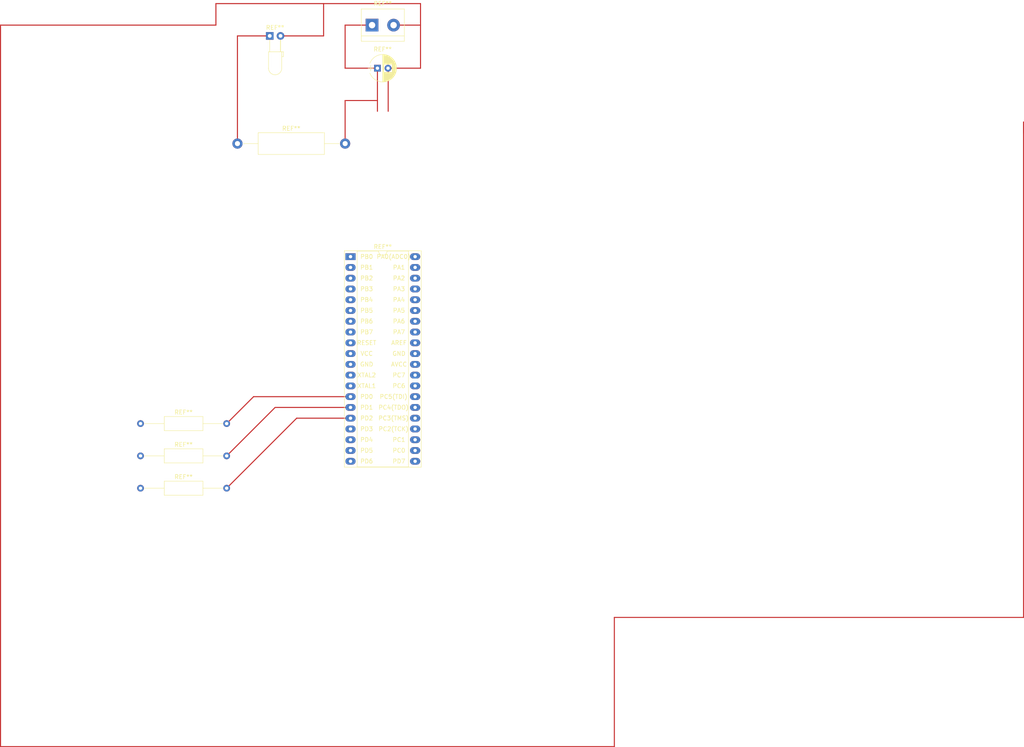
<source format=kicad_pcb>
(kicad_pcb (version 4) (host pcbnew 4.0.7)

  (general
    (links 0)
    (no_connects 0)
    (area 66.72381 11.725 124.73762 124.055)
    (thickness 1.6)
    (drawings 0)
    (tracks 33)
    (zones 0)
    (modules 8)
    (nets 1)
  )

  (page A4)
  (layers
    (0 F.Cu signal)
    (31 B.Cu signal)
    (32 B.Adhes user)
    (33 F.Adhes user)
    (34 B.Paste user)
    (35 F.Paste user)
    (36 B.SilkS user)
    (37 F.SilkS user)
    (38 B.Mask user)
    (39 F.Mask user)
    (40 Dwgs.User user)
    (41 Cmts.User user)
    (42 Eco1.User user)
    (43 Eco2.User user)
    (44 Edge.Cuts user)
    (45 Margin user)
    (46 B.CrtYd user)
    (47 F.CrtYd user)
    (48 B.Fab user)
    (49 F.Fab user)
  )

  (setup
    (last_trace_width 0.25)
    (trace_clearance 0.2)
    (zone_clearance 0.508)
    (zone_45_only no)
    (trace_min 0.2)
    (segment_width 0.2)
    (edge_width 0.15)
    (via_size 0.6)
    (via_drill 0.4)
    (via_min_size 0.4)
    (via_min_drill 0.3)
    (uvia_size 0.3)
    (uvia_drill 0.1)
    (uvias_allowed no)
    (uvia_min_size 0.2)
    (uvia_min_drill 0.1)
    (pcb_text_width 0.3)
    (pcb_text_size 1.5 1.5)
    (mod_edge_width 0.15)
    (mod_text_size 1 1)
    (mod_text_width 0.15)
    (pad_size 2.4 1.6)
    (pad_drill 0.8)
    (pad_to_mask_clearance 0.2)
    (aux_axis_origin 0 0)
    (visible_elements FFFFFF7F)
    (pcbplotparams
      (layerselection 0x00030_80000001)
      (usegerberextensions false)
      (excludeedgelayer true)
      (linewidth 0.100000)
      (plotframeref false)
      (viasonmask false)
      (mode 1)
      (useauxorigin false)
      (hpglpennumber 1)
      (hpglpenspeed 20)
      (hpglpendiameter 15)
      (hpglpenoverlay 2)
      (psnegative false)
      (psa4output false)
      (plotreference true)
      (plotvalue true)
      (plotinvisibletext false)
      (padsonsilk false)
      (subtractmaskfromsilk false)
      (outputformat 1)
      (mirror false)
      (drillshape 1)
      (scaleselection 1)
      (outputdirectory ""))
  )

  (net 0 "")

  (net_class Default "To jest domyślna klasa połączeń."
    (clearance 0.2)
    (trace_width 0.25)
    (via_dia 0.6)
    (via_drill 0.4)
    (uvia_dia 0.3)
    (uvia_drill 0.1)
  )

  (module Housings_DIP:DIP-40_W15.24mm_Socket_LongPads (layer F.Cu) (tedit 59FCBEA5) (tstamp 59FCAB00)
    (at 102.87 72.39)
    (descr "40-lead though-hole mounted DIP package, row spacing 15.24 mm (600 mils), Socket, LongPads")
    (tags "THT DIP DIL PDIP 2.54mm 15.24mm 600mil Socket LongPads")
    (fp_text reference REF** (at 7.62 -2.33) (layer F.SilkS)
      (effects (font (size 1 1) (thickness 0.15)))
    )
    (fp_text value DIP-40_W15.24mm_Socket_LongPads (at 7.62 50.59) (layer F.Fab)
      (effects (font (size 1 1) (thickness 0.15)))
    )
    (fp_text user PA7 (at 11.43 17.78) (layer F.SilkS)
      (effects (font (size 1 1) (thickness 0.15)))
    )
    (fp_text user PA6 (at 11.43 15.24) (layer F.SilkS)
      (effects (font (size 1 1) (thickness 0.15)))
    )
    (fp_text user PA5 (at 11.43 12.7) (layer F.SilkS)
      (effects (font (size 1 1) (thickness 0.15)))
    )
    (fp_text user PA4 (at 11.43 10.16) (layer F.SilkS)
      (effects (font (size 1 1) (thickness 0.15)))
    )
    (fp_text user PA3 (at 11.43 7.62) (layer F.SilkS)
      (effects (font (size 1 1) (thickness 0.15)))
    )
    (fp_text user PA2 (at 11.43 5.08) (layer F.SilkS)
      (effects (font (size 1 1) (thickness 0.15)))
    )
    (fp_text user PA1 (at 11.43 2.54) (layer F.SilkS)
      (effects (font (size 1 1) (thickness 0.15)))
    )
    (fp_text user "PA0(ADC0)" (at 10.16 0) (layer F.SilkS)
      (effects (font (size 1 1) (thickness 0.15)))
    )
    (fp_text user AREF (at 11.43 20.32) (layer F.SilkS)
      (effects (font (size 1 1) (thickness 0.15)))
    )
    (fp_text user GND (at 11.43 22.86) (layer F.SilkS)
      (effects (font (size 1 1) (thickness 0.15)))
    )
    (fp_text user AVCC (at 11.43 25.4) (layer F.SilkS)
      (effects (font (size 1 1) (thickness 0.15)))
    )
    (fp_text user PC7 (at 11.43 27.94) (layer F.SilkS)
      (effects (font (size 1 1) (thickness 0.15)))
    )
    (fp_text user PC6 (at 11.43 30.48) (layer F.SilkS)
      (effects (font (size 1 1) (thickness 0.15)))
    )
    (fp_text user "PC5(TDI)" (at 10.16 33.02) (layer F.SilkS)
      (effects (font (size 1 1) (thickness 0.15)))
    )
    (fp_text user "PC4(TDO)" (at 10.16 35.56) (layer F.SilkS)
      (effects (font (size 1 1) (thickness 0.15)))
    )
    (fp_text user "PC3(TMS)" (at 10.16 38.1) (layer F.SilkS)
      (effects (font (size 1 1) (thickness 0.15)))
    )
    (fp_text user "PC2(TCK)" (at 10.16 40.64) (layer F.SilkS)
      (effects (font (size 1 1) (thickness 0.15)))
    )
    (fp_text user PC1 (at 11.43 43.18) (layer F.SilkS)
      (effects (font (size 1 1) (thickness 0.15)))
    )
    (fp_text user PC0 (at 11.43 45.72) (layer F.SilkS)
      (effects (font (size 1 1) (thickness 0.15)))
    )
    (fp_text user PD7 (at 11.43 48.26) (layer F.SilkS)
      (effects (font (size 1 1) (thickness 0.15)))
    )
    (fp_text user PD6 (at 3.81 48.26) (layer F.SilkS)
      (effects (font (size 1 1) (thickness 0.15)))
    )
    (fp_text user PD5 (at 3.81 45.72) (layer F.SilkS)
      (effects (font (size 1 1) (thickness 0.15)))
    )
    (fp_text user PD4 (at 3.81 43.18) (layer F.SilkS)
      (effects (font (size 1 1) (thickness 0.15)))
    )
    (fp_text user PD3 (at 3.81 40.64) (layer F.SilkS)
      (effects (font (size 1 1) (thickness 0.15)))
    )
    (fp_text user PD2 (at 3.81 38.1) (layer F.SilkS)
      (effects (font (size 1 1) (thickness 0.15)))
    )
    (fp_text user PD1 (at 3.81 35.56) (layer F.SilkS)
      (effects (font (size 1 1) (thickness 0.15)))
    )
    (fp_text user PD0 (at 3.81 33.02) (layer F.SilkS)
      (effects (font (size 1 1) (thickness 0.15)))
    )
    (fp_text user XTAL1 (at 3.81 30.48) (layer F.SilkS)
      (effects (font (size 1 1) (thickness 0.15)))
    )
    (fp_text user XTAL2 (at 3.81 27.94) (layer F.SilkS)
      (effects (font (size 1 1) (thickness 0.15)))
    )
    (fp_text user GND (at 3.81 25.4) (layer F.SilkS)
      (effects (font (size 1 1) (thickness 0.15)))
    )
    (fp_text user VCC (at 3.81 22.86) (layer F.SilkS)
      (effects (font (size 1 1) (thickness 0.15)))
    )
    (fp_text user RESET (at 3.81 20.32) (layer F.SilkS)
      (effects (font (size 1 1) (thickness 0.15)))
    )
    (fp_text user PB7 (at 3.81 17.78) (layer F.SilkS)
      (effects (font (size 1 1) (thickness 0.15)))
    )
    (fp_text user PB6 (at 3.81 15.24) (layer F.SilkS)
      (effects (font (size 1 1) (thickness 0.15)))
    )
    (fp_text user PB5 (at 3.81 12.7) (layer F.SilkS)
      (effects (font (size 1 1) (thickness 0.15)))
    )
    (fp_text user PB4 (at 3.81 10.16) (layer F.SilkS)
      (effects (font (size 1 1) (thickness 0.15)))
    )
    (fp_text user PB3 (at 3.81 7.62) (layer F.SilkS)
      (effects (font (size 1 1) (thickness 0.15)))
    )
    (fp_text user PB2 (at 3.81 5.08) (layer F.SilkS)
      (effects (font (size 1 1) (thickness 0.15)))
    )
    (fp_text user PB1 (at 3.81 2.54) (layer F.SilkS)
      (effects (font (size 1 1) (thickness 0.15)))
    )
    (fp_text user PB0 (at 3.81 0) (layer F.SilkS)
      (effects (font (size 1 1) (thickness 0.15)))
    )
    (fp_arc (start 7.62 -1.33) (end 6.62 -1.33) (angle -180) (layer F.SilkS) (width 0.12))
    (fp_line (start 1.255 -1.27) (end 14.985 -1.27) (layer F.Fab) (width 0.1))
    (fp_line (start 14.985 -1.27) (end 14.985 49.53) (layer F.Fab) (width 0.1))
    (fp_line (start 14.985 49.53) (end 0.255 49.53) (layer F.Fab) (width 0.1))
    (fp_line (start 0.255 49.53) (end 0.255 -0.27) (layer F.Fab) (width 0.1))
    (fp_line (start 0.255 -0.27) (end 1.255 -1.27) (layer F.Fab) (width 0.1))
    (fp_line (start -1.27 -1.33) (end -1.27 49.59) (layer F.Fab) (width 0.1))
    (fp_line (start -1.27 49.59) (end 16.51 49.59) (layer F.Fab) (width 0.1))
    (fp_line (start 16.51 49.59) (end 16.51 -1.33) (layer F.Fab) (width 0.1))
    (fp_line (start 16.51 -1.33) (end -1.27 -1.33) (layer F.Fab) (width 0.1))
    (fp_line (start 6.62 -1.33) (end 1.56 -1.33) (layer F.SilkS) (width 0.12))
    (fp_line (start 1.56 -1.33) (end 1.56 49.59) (layer F.SilkS) (width 0.12))
    (fp_line (start 1.56 49.59) (end 13.68 49.59) (layer F.SilkS) (width 0.12))
    (fp_line (start 13.68 49.59) (end 13.68 -1.33) (layer F.SilkS) (width 0.12))
    (fp_line (start 13.68 -1.33) (end 8.62 -1.33) (layer F.SilkS) (width 0.12))
    (fp_line (start -1.44 -1.39) (end -1.44 49.65) (layer F.SilkS) (width 0.12))
    (fp_line (start -1.44 49.65) (end 16.68 49.65) (layer F.SilkS) (width 0.12))
    (fp_line (start 16.68 49.65) (end 16.68 -1.39) (layer F.SilkS) (width 0.12))
    (fp_line (start 16.68 -1.39) (end -1.44 -1.39) (layer F.SilkS) (width 0.12))
    (fp_line (start -1.55 -1.6) (end -1.55 49.85) (layer F.CrtYd) (width 0.05))
    (fp_line (start -1.55 49.85) (end 16.8 49.85) (layer F.CrtYd) (width 0.05))
    (fp_line (start 16.8 49.85) (end 16.8 -1.6) (layer F.CrtYd) (width 0.05))
    (fp_line (start 16.8 -1.6) (end -1.55 -1.6) (layer F.CrtYd) (width 0.05))
    (fp_text user %R (at 7.62 24.13) (layer F.Fab)
      (effects (font (size 1 1) (thickness 0.15)))
    )
    (pad 1 thru_hole rect (at 0 0) (size 2.4 1.6) (drill 0.8) (layers *.Cu *.Mask))
    (pad 21 thru_hole oval (at 15.24 48.26) (size 2.4 1.6) (drill 0.8) (layers *.Cu *.Mask))
    (pad 2 thru_hole oval (at 0 2.54) (size 2.4 1.6) (drill 0.8) (layers *.Cu *.Mask))
    (pad 22 thru_hole oval (at 15.24 45.72) (size 2.4 1.6) (drill 0.8) (layers *.Cu *.Mask))
    (pad 3 thru_hole oval (at 0 5.08) (size 2.4 1.6) (drill 0.8) (layers *.Cu *.Mask))
    (pad 23 thru_hole oval (at 15.24 43.18) (size 2.4 1.6) (drill 0.8) (layers *.Cu *.Mask))
    (pad 4 thru_hole oval (at 0 7.62) (size 2.4 1.6) (drill 0.8) (layers *.Cu *.Mask))
    (pad 24 thru_hole oval (at 15.24 40.64) (size 2.4 1.6) (drill 0.8) (layers *.Cu *.Mask))
    (pad 5 thru_hole oval (at 0 10.16) (size 2.4 1.6) (drill 0.8) (layers *.Cu *.Mask))
    (pad 25 thru_hole oval (at 15.24 38.1) (size 2.4 1.6) (drill 0.8) (layers *.Cu *.Mask))
    (pad 6 thru_hole oval (at 0 12.7) (size 2.4 1.6) (drill 0.8) (layers *.Cu *.Mask))
    (pad 26 thru_hole oval (at 15.24 35.56) (size 2.4 1.6) (drill 0.8) (layers *.Cu *.Mask))
    (pad 7 thru_hole oval (at 0 15.24) (size 2.4 1.6) (drill 0.8) (layers *.Cu *.Mask))
    (pad 27 thru_hole oval (at 15.24 33.02) (size 2.4 1.6) (drill 0.8) (layers *.Cu *.Mask))
    (pad 8 thru_hole oval (at 0 17.78) (size 2.4 1.6) (drill 0.8) (layers *.Cu *.Mask))
    (pad 28 thru_hole oval (at 15.24 30.48) (size 2.4 1.6) (drill 0.8) (layers *.Cu *.Mask))
    (pad 9 thru_hole oval (at 0 20.32) (size 2.4 1.6) (drill 0.8) (layers *.Cu *.Mask))
    (pad 29 thru_hole oval (at 15.24 27.94) (size 2.4 1.6) (drill 0.8) (layers *.Cu *.Mask))
    (pad 10 thru_hole oval (at 0 22.86) (size 2.4 1.6) (drill 0.8) (layers *.Cu *.Mask))
    (pad 30 thru_hole oval (at 15.24 25.4) (size 2.4 1.6) (drill 0.8) (layers *.Cu *.Mask))
    (pad 11 thru_hole oval (at 0 25.4) (size 2.4 1.6) (drill 0.8) (layers *.Cu *.Mask))
    (pad 31 thru_hole oval (at 15.24 22.86) (size 2.4 1.6) (drill 0.8) (layers *.Cu *.Mask))
    (pad 12 thru_hole oval (at 0 27.94) (size 2.4 1.6) (drill 0.8) (layers *.Cu *.Mask))
    (pad 32 thru_hole oval (at 15.24 20.32) (size 2.4 1.6) (drill 0.8) (layers *.Cu *.Mask))
    (pad 13 thru_hole oval (at 0 30.48) (size 2.4 1.6) (drill 0.8) (layers *.Cu *.Mask))
    (pad 33 thru_hole oval (at 15.24 17.78) (size 2.4 1.6) (drill 0.8) (layers *.Cu *.Mask))
    (pad 14 thru_hole oval (at 0 33.02) (size 2.4 1.6) (drill 0.8) (layers *.Cu *.Mask))
    (pad 34 thru_hole oval (at 15.24 15.24) (size 2.4 1.6) (drill 0.8) (layers *.Cu *.Mask))
    (pad 15 thru_hole oval (at 0 35.56) (size 2.4 1.6) (drill 0.8) (layers *.Cu *.Mask))
    (pad 35 thru_hole oval (at 15.24 12.7) (size 2.4 1.6) (drill 0.8) (layers *.Cu *.Mask))
    (pad 16 thru_hole oval (at 0 38.1) (size 2.4 1.6) (drill 0.8) (layers *.Cu *.Mask))
    (pad 36 thru_hole oval (at 15.24 10.16) (size 2.4 1.6) (drill 0.8) (layers *.Cu *.Mask))
    (pad 17 thru_hole oval (at 0 40.64) (size 2.4 1.6) (drill 0.8) (layers *.Cu *.Mask))
    (pad 37 thru_hole oval (at 15.24 7.62) (size 2.4 1.6) (drill 0.8) (layers *.Cu *.Mask))
    (pad 18 thru_hole oval (at 0 43.18) (size 2.4 1.6) (drill 0.8) (layers *.Cu *.Mask))
    (pad 38 thru_hole oval (at 15.24 5.08) (size 2.4 1.6) (drill 0.8) (layers *.Cu *.Mask))
    (pad 19 thru_hole oval (at 0 45.72) (size 2.4 1.6) (drill 0.8) (layers *.Cu *.Mask))
    (pad 39 thru_hole oval (at 15.24 2.54) (size 2.4 1.6) (drill 0.8) (layers *.Cu *.Mask))
    (pad 20 thru_hole oval (at 0 48.26) (size 2.4 1.6) (drill 0.8) (layers *.Cu *.Mask))
    (pad 40 thru_hole oval (at 15.24 0) (size 2.4 1.6) (drill 0.8) (layers *.Cu *.Mask))
    (model ${KISYS3DMOD}/Housings_DIP.3dshapes/DIP-40_W15.24mm_Socket.wrl
      (at (xyz 0 0 0))
      (scale (xyz 1 1 1))
      (rotate (xyz 0 0 0))
    )
  )

  (module Connectors:bornier2 (layer F.Cu) (tedit 587FD522) (tstamp 59FCAEF5)
    (at 107.95 17.78)
    (descr "Bornier d'alimentation 2 pins")
    (tags DEV)
    (fp_text reference REF** (at 2.54 -5.08) (layer F.SilkS)
      (effects (font (size 1 1) (thickness 0.15)))
    )
    (fp_text value bornier2 (at 2.54 5.08) (layer F.Fab)
      (effects (font (size 1 1) (thickness 0.15)))
    )
    (fp_line (start -2.41 2.55) (end 7.49 2.55) (layer F.Fab) (width 0.1))
    (fp_line (start -2.46 -3.75) (end -2.46 3.75) (layer F.Fab) (width 0.1))
    (fp_line (start -2.46 3.75) (end 7.54 3.75) (layer F.Fab) (width 0.1))
    (fp_line (start 7.54 3.75) (end 7.54 -3.75) (layer F.Fab) (width 0.1))
    (fp_line (start 7.54 -3.75) (end -2.46 -3.75) (layer F.Fab) (width 0.1))
    (fp_line (start 7.62 2.54) (end -2.54 2.54) (layer F.SilkS) (width 0.12))
    (fp_line (start 7.62 3.81) (end 7.62 -3.81) (layer F.SilkS) (width 0.12))
    (fp_line (start 7.62 -3.81) (end -2.54 -3.81) (layer F.SilkS) (width 0.12))
    (fp_line (start -2.54 -3.81) (end -2.54 3.81) (layer F.SilkS) (width 0.12))
    (fp_line (start -2.54 3.81) (end 7.62 3.81) (layer F.SilkS) (width 0.12))
    (fp_line (start -2.71 -4) (end 7.79 -4) (layer F.CrtYd) (width 0.05))
    (fp_line (start -2.71 -4) (end -2.71 4) (layer F.CrtYd) (width 0.05))
    (fp_line (start 7.79 4) (end 7.79 -4) (layer F.CrtYd) (width 0.05))
    (fp_line (start 7.79 4) (end -2.71 4) (layer F.CrtYd) (width 0.05))
    (pad 1 thru_hole rect (at 0 0) (size 3 3) (drill 1.52) (layers *.Cu *.Mask))
    (pad 2 thru_hole circle (at 5.08 0) (size 3 3) (drill 1.52) (layers *.Cu *.Mask))
    (model ${KISYS3DMOD}/Connectors.3dshapes/bornier2.wrl
      (at (xyz 0 0 0))
      (scale (xyz 1 1 1))
      (rotate (xyz 0 0 0))
    )
  )

  (module Capacitors_THT:CP_Radial_D6.3mm_P2.50mm (layer F.Cu) (tedit 597BC7C2) (tstamp 59FCB071)
    (at 109.22 27.94)
    (descr "CP, Radial series, Radial, pin pitch=2.50mm, , diameter=6.3mm, Electrolytic Capacitor")
    (tags "CP Radial series Radial pin pitch 2.50mm  diameter 6.3mm Electrolytic Capacitor")
    (fp_text reference REF** (at 1.25 -4.46) (layer F.SilkS)
      (effects (font (size 1 1) (thickness 0.15)))
    )
    (fp_text value CP_Radial_D6.3mm_P2.50mm (at 1.25 4.46) (layer F.Fab)
      (effects (font (size 1 1) (thickness 0.15)))
    )
    (fp_arc (start 1.25 0) (end -1.767482 -1.18) (angle 137.3) (layer F.SilkS) (width 0.12))
    (fp_arc (start 1.25 0) (end -1.767482 1.18) (angle -137.3) (layer F.SilkS) (width 0.12))
    (fp_arc (start 1.25 0) (end 4.267482 -1.18) (angle 42.7) (layer F.SilkS) (width 0.12))
    (fp_circle (center 1.25 0) (end 4.4 0) (layer F.Fab) (width 0.1))
    (fp_line (start -2.2 0) (end -1 0) (layer F.Fab) (width 0.1))
    (fp_line (start -1.6 -0.65) (end -1.6 0.65) (layer F.Fab) (width 0.1))
    (fp_line (start 1.25 -3.2) (end 1.25 3.2) (layer F.SilkS) (width 0.12))
    (fp_line (start 1.29 -3.2) (end 1.29 3.2) (layer F.SilkS) (width 0.12))
    (fp_line (start 1.33 -3.2) (end 1.33 3.2) (layer F.SilkS) (width 0.12))
    (fp_line (start 1.37 -3.198) (end 1.37 3.198) (layer F.SilkS) (width 0.12))
    (fp_line (start 1.41 -3.197) (end 1.41 3.197) (layer F.SilkS) (width 0.12))
    (fp_line (start 1.45 -3.194) (end 1.45 3.194) (layer F.SilkS) (width 0.12))
    (fp_line (start 1.49 -3.192) (end 1.49 3.192) (layer F.SilkS) (width 0.12))
    (fp_line (start 1.53 -3.188) (end 1.53 -0.98) (layer F.SilkS) (width 0.12))
    (fp_line (start 1.53 0.98) (end 1.53 3.188) (layer F.SilkS) (width 0.12))
    (fp_line (start 1.57 -3.185) (end 1.57 -0.98) (layer F.SilkS) (width 0.12))
    (fp_line (start 1.57 0.98) (end 1.57 3.185) (layer F.SilkS) (width 0.12))
    (fp_line (start 1.61 -3.18) (end 1.61 -0.98) (layer F.SilkS) (width 0.12))
    (fp_line (start 1.61 0.98) (end 1.61 3.18) (layer F.SilkS) (width 0.12))
    (fp_line (start 1.65 -3.176) (end 1.65 -0.98) (layer F.SilkS) (width 0.12))
    (fp_line (start 1.65 0.98) (end 1.65 3.176) (layer F.SilkS) (width 0.12))
    (fp_line (start 1.69 -3.17) (end 1.69 -0.98) (layer F.SilkS) (width 0.12))
    (fp_line (start 1.69 0.98) (end 1.69 3.17) (layer F.SilkS) (width 0.12))
    (fp_line (start 1.73 -3.165) (end 1.73 -0.98) (layer F.SilkS) (width 0.12))
    (fp_line (start 1.73 0.98) (end 1.73 3.165) (layer F.SilkS) (width 0.12))
    (fp_line (start 1.77 -3.158) (end 1.77 -0.98) (layer F.SilkS) (width 0.12))
    (fp_line (start 1.77 0.98) (end 1.77 3.158) (layer F.SilkS) (width 0.12))
    (fp_line (start 1.81 -3.152) (end 1.81 -0.98) (layer F.SilkS) (width 0.12))
    (fp_line (start 1.81 0.98) (end 1.81 3.152) (layer F.SilkS) (width 0.12))
    (fp_line (start 1.85 -3.144) (end 1.85 -0.98) (layer F.SilkS) (width 0.12))
    (fp_line (start 1.85 0.98) (end 1.85 3.144) (layer F.SilkS) (width 0.12))
    (fp_line (start 1.89 -3.137) (end 1.89 -0.98) (layer F.SilkS) (width 0.12))
    (fp_line (start 1.89 0.98) (end 1.89 3.137) (layer F.SilkS) (width 0.12))
    (fp_line (start 1.93 -3.128) (end 1.93 -0.98) (layer F.SilkS) (width 0.12))
    (fp_line (start 1.93 0.98) (end 1.93 3.128) (layer F.SilkS) (width 0.12))
    (fp_line (start 1.971 -3.119) (end 1.971 -0.98) (layer F.SilkS) (width 0.12))
    (fp_line (start 1.971 0.98) (end 1.971 3.119) (layer F.SilkS) (width 0.12))
    (fp_line (start 2.011 -3.11) (end 2.011 -0.98) (layer F.SilkS) (width 0.12))
    (fp_line (start 2.011 0.98) (end 2.011 3.11) (layer F.SilkS) (width 0.12))
    (fp_line (start 2.051 -3.1) (end 2.051 -0.98) (layer F.SilkS) (width 0.12))
    (fp_line (start 2.051 0.98) (end 2.051 3.1) (layer F.SilkS) (width 0.12))
    (fp_line (start 2.091 -3.09) (end 2.091 -0.98) (layer F.SilkS) (width 0.12))
    (fp_line (start 2.091 0.98) (end 2.091 3.09) (layer F.SilkS) (width 0.12))
    (fp_line (start 2.131 -3.079) (end 2.131 -0.98) (layer F.SilkS) (width 0.12))
    (fp_line (start 2.131 0.98) (end 2.131 3.079) (layer F.SilkS) (width 0.12))
    (fp_line (start 2.171 -3.067) (end 2.171 -0.98) (layer F.SilkS) (width 0.12))
    (fp_line (start 2.171 0.98) (end 2.171 3.067) (layer F.SilkS) (width 0.12))
    (fp_line (start 2.211 -3.055) (end 2.211 -0.98) (layer F.SilkS) (width 0.12))
    (fp_line (start 2.211 0.98) (end 2.211 3.055) (layer F.SilkS) (width 0.12))
    (fp_line (start 2.251 -3.042) (end 2.251 -0.98) (layer F.SilkS) (width 0.12))
    (fp_line (start 2.251 0.98) (end 2.251 3.042) (layer F.SilkS) (width 0.12))
    (fp_line (start 2.291 -3.029) (end 2.291 -0.98) (layer F.SilkS) (width 0.12))
    (fp_line (start 2.291 0.98) (end 2.291 3.029) (layer F.SilkS) (width 0.12))
    (fp_line (start 2.331 -3.015) (end 2.331 -0.98) (layer F.SilkS) (width 0.12))
    (fp_line (start 2.331 0.98) (end 2.331 3.015) (layer F.SilkS) (width 0.12))
    (fp_line (start 2.371 -3.001) (end 2.371 -0.98) (layer F.SilkS) (width 0.12))
    (fp_line (start 2.371 0.98) (end 2.371 3.001) (layer F.SilkS) (width 0.12))
    (fp_line (start 2.411 -2.986) (end 2.411 -0.98) (layer F.SilkS) (width 0.12))
    (fp_line (start 2.411 0.98) (end 2.411 2.986) (layer F.SilkS) (width 0.12))
    (fp_line (start 2.451 -2.97) (end 2.451 -0.98) (layer F.SilkS) (width 0.12))
    (fp_line (start 2.451 0.98) (end 2.451 2.97) (layer F.SilkS) (width 0.12))
    (fp_line (start 2.491 -2.954) (end 2.491 -0.98) (layer F.SilkS) (width 0.12))
    (fp_line (start 2.491 0.98) (end 2.491 2.954) (layer F.SilkS) (width 0.12))
    (fp_line (start 2.531 -2.937) (end 2.531 -0.98) (layer F.SilkS) (width 0.12))
    (fp_line (start 2.531 0.98) (end 2.531 2.937) (layer F.SilkS) (width 0.12))
    (fp_line (start 2.571 -2.919) (end 2.571 -0.98) (layer F.SilkS) (width 0.12))
    (fp_line (start 2.571 0.98) (end 2.571 2.919) (layer F.SilkS) (width 0.12))
    (fp_line (start 2.611 -2.901) (end 2.611 -0.98) (layer F.SilkS) (width 0.12))
    (fp_line (start 2.611 0.98) (end 2.611 2.901) (layer F.SilkS) (width 0.12))
    (fp_line (start 2.651 -2.882) (end 2.651 -0.98) (layer F.SilkS) (width 0.12))
    (fp_line (start 2.651 0.98) (end 2.651 2.882) (layer F.SilkS) (width 0.12))
    (fp_line (start 2.691 -2.863) (end 2.691 -0.98) (layer F.SilkS) (width 0.12))
    (fp_line (start 2.691 0.98) (end 2.691 2.863) (layer F.SilkS) (width 0.12))
    (fp_line (start 2.731 -2.843) (end 2.731 -0.98) (layer F.SilkS) (width 0.12))
    (fp_line (start 2.731 0.98) (end 2.731 2.843) (layer F.SilkS) (width 0.12))
    (fp_line (start 2.771 -2.822) (end 2.771 -0.98) (layer F.SilkS) (width 0.12))
    (fp_line (start 2.771 0.98) (end 2.771 2.822) (layer F.SilkS) (width 0.12))
    (fp_line (start 2.811 -2.8) (end 2.811 -0.98) (layer F.SilkS) (width 0.12))
    (fp_line (start 2.811 0.98) (end 2.811 2.8) (layer F.SilkS) (width 0.12))
    (fp_line (start 2.851 -2.778) (end 2.851 -0.98) (layer F.SilkS) (width 0.12))
    (fp_line (start 2.851 0.98) (end 2.851 2.778) (layer F.SilkS) (width 0.12))
    (fp_line (start 2.891 -2.755) (end 2.891 -0.98) (layer F.SilkS) (width 0.12))
    (fp_line (start 2.891 0.98) (end 2.891 2.755) (layer F.SilkS) (width 0.12))
    (fp_line (start 2.931 -2.731) (end 2.931 -0.98) (layer F.SilkS) (width 0.12))
    (fp_line (start 2.931 0.98) (end 2.931 2.731) (layer F.SilkS) (width 0.12))
    (fp_line (start 2.971 -2.706) (end 2.971 -0.98) (layer F.SilkS) (width 0.12))
    (fp_line (start 2.971 0.98) (end 2.971 2.706) (layer F.SilkS) (width 0.12))
    (fp_line (start 3.011 -2.681) (end 3.011 -0.98) (layer F.SilkS) (width 0.12))
    (fp_line (start 3.011 0.98) (end 3.011 2.681) (layer F.SilkS) (width 0.12))
    (fp_line (start 3.051 -2.654) (end 3.051 -0.98) (layer F.SilkS) (width 0.12))
    (fp_line (start 3.051 0.98) (end 3.051 2.654) (layer F.SilkS) (width 0.12))
    (fp_line (start 3.091 -2.627) (end 3.091 -0.98) (layer F.SilkS) (width 0.12))
    (fp_line (start 3.091 0.98) (end 3.091 2.627) (layer F.SilkS) (width 0.12))
    (fp_line (start 3.131 -2.599) (end 3.131 -0.98) (layer F.SilkS) (width 0.12))
    (fp_line (start 3.131 0.98) (end 3.131 2.599) (layer F.SilkS) (width 0.12))
    (fp_line (start 3.171 -2.57) (end 3.171 -0.98) (layer F.SilkS) (width 0.12))
    (fp_line (start 3.171 0.98) (end 3.171 2.57) (layer F.SilkS) (width 0.12))
    (fp_line (start 3.211 -2.54) (end 3.211 -0.98) (layer F.SilkS) (width 0.12))
    (fp_line (start 3.211 0.98) (end 3.211 2.54) (layer F.SilkS) (width 0.12))
    (fp_line (start 3.251 -2.51) (end 3.251 -0.98) (layer F.SilkS) (width 0.12))
    (fp_line (start 3.251 0.98) (end 3.251 2.51) (layer F.SilkS) (width 0.12))
    (fp_line (start 3.291 -2.478) (end 3.291 -0.98) (layer F.SilkS) (width 0.12))
    (fp_line (start 3.291 0.98) (end 3.291 2.478) (layer F.SilkS) (width 0.12))
    (fp_line (start 3.331 -2.445) (end 3.331 -0.98) (layer F.SilkS) (width 0.12))
    (fp_line (start 3.331 0.98) (end 3.331 2.445) (layer F.SilkS) (width 0.12))
    (fp_line (start 3.371 -2.411) (end 3.371 -0.98) (layer F.SilkS) (width 0.12))
    (fp_line (start 3.371 0.98) (end 3.371 2.411) (layer F.SilkS) (width 0.12))
    (fp_line (start 3.411 -2.375) (end 3.411 -0.98) (layer F.SilkS) (width 0.12))
    (fp_line (start 3.411 0.98) (end 3.411 2.375) (layer F.SilkS) (width 0.12))
    (fp_line (start 3.451 -2.339) (end 3.451 -0.98) (layer F.SilkS) (width 0.12))
    (fp_line (start 3.451 0.98) (end 3.451 2.339) (layer F.SilkS) (width 0.12))
    (fp_line (start 3.491 -2.301) (end 3.491 2.301) (layer F.SilkS) (width 0.12))
    (fp_line (start 3.531 -2.262) (end 3.531 2.262) (layer F.SilkS) (width 0.12))
    (fp_line (start 3.571 -2.222) (end 3.571 2.222) (layer F.SilkS) (width 0.12))
    (fp_line (start 3.611 -2.18) (end 3.611 2.18) (layer F.SilkS) (width 0.12))
    (fp_line (start 3.651 -2.137) (end 3.651 2.137) (layer F.SilkS) (width 0.12))
    (fp_line (start 3.691 -2.092) (end 3.691 2.092) (layer F.SilkS) (width 0.12))
    (fp_line (start 3.731 -2.045) (end 3.731 2.045) (layer F.SilkS) (width 0.12))
    (fp_line (start 3.771 -1.997) (end 3.771 1.997) (layer F.SilkS) (width 0.12))
    (fp_line (start 3.811 -1.946) (end 3.811 1.946) (layer F.SilkS) (width 0.12))
    (fp_line (start 3.851 -1.894) (end 3.851 1.894) (layer F.SilkS) (width 0.12))
    (fp_line (start 3.891 -1.839) (end 3.891 1.839) (layer F.SilkS) (width 0.12))
    (fp_line (start 3.931 -1.781) (end 3.931 1.781) (layer F.SilkS) (width 0.12))
    (fp_line (start 3.971 -1.721) (end 3.971 1.721) (layer F.SilkS) (width 0.12))
    (fp_line (start 4.011 -1.658) (end 4.011 1.658) (layer F.SilkS) (width 0.12))
    (fp_line (start 4.051 -1.591) (end 4.051 1.591) (layer F.SilkS) (width 0.12))
    (fp_line (start 4.091 -1.52) (end 4.091 1.52) (layer F.SilkS) (width 0.12))
    (fp_line (start 4.131 -1.445) (end 4.131 1.445) (layer F.SilkS) (width 0.12))
    (fp_line (start 4.171 -1.364) (end 4.171 1.364) (layer F.SilkS) (width 0.12))
    (fp_line (start 4.211 -1.278) (end 4.211 1.278) (layer F.SilkS) (width 0.12))
    (fp_line (start 4.251 -1.184) (end 4.251 1.184) (layer F.SilkS) (width 0.12))
    (fp_line (start 4.291 -1.081) (end 4.291 1.081) (layer F.SilkS) (width 0.12))
    (fp_line (start 4.331 -0.966) (end 4.331 0.966) (layer F.SilkS) (width 0.12))
    (fp_line (start 4.371 -0.834) (end 4.371 0.834) (layer F.SilkS) (width 0.12))
    (fp_line (start 4.411 -0.676) (end 4.411 0.676) (layer F.SilkS) (width 0.12))
    (fp_line (start 4.451 -0.468) (end 4.451 0.468) (layer F.SilkS) (width 0.12))
    (fp_line (start -2.2 0) (end -1 0) (layer F.SilkS) (width 0.12))
    (fp_line (start -1.6 -0.65) (end -1.6 0.65) (layer F.SilkS) (width 0.12))
    (fp_line (start -2.25 -3.5) (end -2.25 3.5) (layer F.CrtYd) (width 0.05))
    (fp_line (start -2.25 3.5) (end 4.75 3.5) (layer F.CrtYd) (width 0.05))
    (fp_line (start 4.75 3.5) (end 4.75 -3.5) (layer F.CrtYd) (width 0.05))
    (fp_line (start 4.75 -3.5) (end -2.25 -3.5) (layer F.CrtYd) (width 0.05))
    (fp_text user %R (at 1.25 0) (layer F.Fab)
      (effects (font (size 1 1) (thickness 0.15)))
    )
    (pad 1 thru_hole rect (at 0 0) (size 1.6 1.6) (drill 0.8) (layers *.Cu *.Mask))
    (pad 2 thru_hole circle (at 2.5 0) (size 1.6 1.6) (drill 0.8) (layers *.Cu *.Mask))
    (model ${KISYS3DMOD}/Capacitors_THT.3dshapes/CP_Radial_D6.3mm_P2.50mm.wrl
      (at (xyz 0 0 0))
      (scale (xyz 1 1 1))
      (rotate (xyz 0 0 0))
    )
  )

  (module Resistors_THT:R_Axial_DIN0516_L15.5mm_D5.0mm_P25.40mm_Horizontal (layer F.Cu) (tedit 5874F706) (tstamp 59FCB5AE)
    (at 76.2 45.72)
    (descr "Resistor, Axial_DIN0516 series, Axial, Horizontal, pin pitch=25.4mm, 2W, length*diameter=15.5*5mm^2, http://cdn-reichelt.de/documents/datenblatt/B400/1_4W%23YAG.pdf")
    (tags "Resistor Axial_DIN0516 series Axial Horizontal pin pitch 25.4mm 2W length 15.5mm diameter 5mm")
    (fp_text reference REF** (at 12.7 -3.56) (layer F.SilkS)
      (effects (font (size 1 1) (thickness 0.15)))
    )
    (fp_text value R_Axial_DIN0516_L15.5mm_D5.0mm_P25.40mm_Horizontal (at 12.7 3.56) (layer F.Fab)
      (effects (font (size 1 1) (thickness 0.15)))
    )
    (fp_line (start 4.95 -2.5) (end 4.95 2.5) (layer F.Fab) (width 0.1))
    (fp_line (start 4.95 2.5) (end 20.45 2.5) (layer F.Fab) (width 0.1))
    (fp_line (start 20.45 2.5) (end 20.45 -2.5) (layer F.Fab) (width 0.1))
    (fp_line (start 20.45 -2.5) (end 4.95 -2.5) (layer F.Fab) (width 0.1))
    (fp_line (start 0 0) (end 4.95 0) (layer F.Fab) (width 0.1))
    (fp_line (start 25.4 0) (end 20.45 0) (layer F.Fab) (width 0.1))
    (fp_line (start 4.89 -2.56) (end 4.89 2.56) (layer F.SilkS) (width 0.12))
    (fp_line (start 4.89 2.56) (end 20.51 2.56) (layer F.SilkS) (width 0.12))
    (fp_line (start 20.51 2.56) (end 20.51 -2.56) (layer F.SilkS) (width 0.12))
    (fp_line (start 20.51 -2.56) (end 4.89 -2.56) (layer F.SilkS) (width 0.12))
    (fp_line (start 1.38 0) (end 4.89 0) (layer F.SilkS) (width 0.12))
    (fp_line (start 24.02 0) (end 20.51 0) (layer F.SilkS) (width 0.12))
    (fp_line (start -1.45 -2.85) (end -1.45 2.85) (layer F.CrtYd) (width 0.05))
    (fp_line (start -1.45 2.85) (end 26.85 2.85) (layer F.CrtYd) (width 0.05))
    (fp_line (start 26.85 2.85) (end 26.85 -2.85) (layer F.CrtYd) (width 0.05))
    (fp_line (start 26.85 -2.85) (end -1.45 -2.85) (layer F.CrtYd) (width 0.05))
    (pad 1 thru_hole circle (at 0 0) (size 2.4 2.4) (drill 1.2) (layers *.Cu *.Mask))
    (pad 2 thru_hole oval (at 25.4 0) (size 2.4 2.4) (drill 1.2) (layers *.Cu *.Mask))
    (model ${KISYS3DMOD}/Resistors_THT.3dshapes/R_Axial_DIN0516_L15.5mm_D5.0mm_P25.40mm_Horizontal.wrl
      (at (xyz 0 0 0))
      (scale (xyz 0.393701 0.393701 0.393701))
      (rotate (xyz 0 0 0))
    )
  )

  (module LEDs:LED_D3.0mm_Horizontal_O3.81mm_Z6.0mm (layer F.Cu) (tedit 5880A862) (tstamp 59FCB5DD)
    (at 83.82 20.32)
    (descr "LED, diameter 3.0mm z-position of LED center 2.0mm, 2 pins, diameter 3.0mm z-position of LED center 2.0mm, 2 pins, diameter 3.0mm z-position of LED center 2.0mm, 2 pins, diameter 3.0mm z-position of LED center 6.0mm, 2 pins, diameter 3.0mm z-position of LED center 6.0mm, 2 pins")
    (tags "LED diameter 3.0mm z-position of LED center 2.0mm 2 pins diameter 3.0mm z-position of LED center 2.0mm 2 pins diameter 3.0mm z-position of LED center 2.0mm 2 pins diameter 3.0mm z-position of LED center 6.0mm 2 pins diameter 3.0mm z-position of LED center 6.0mm 2 pins")
    (fp_text reference REF** (at 1.27 -1.96) (layer F.SilkS)
      (effects (font (size 1 1) (thickness 0.15)))
    )
    (fp_text value LED_D3.0mm_Horizontal_O3.81mm_Z6.0mm (at 1.27 10.17) (layer F.Fab)
      (effects (font (size 1 1) (thickness 0.15)))
    )
    (fp_arc (start 1.27 7.61) (end -0.23 7.61) (angle -180) (layer F.Fab) (width 0.1))
    (fp_arc (start 1.27 7.61) (end -0.29 7.61) (angle -180) (layer F.SilkS) (width 0.12))
    (fp_line (start -0.23 3.81) (end -0.23 7.61) (layer F.Fab) (width 0.1))
    (fp_line (start 2.77 3.81) (end 2.77 7.61) (layer F.Fab) (width 0.1))
    (fp_line (start -0.23 3.81) (end 2.77 3.81) (layer F.Fab) (width 0.1))
    (fp_line (start 3.17 3.81) (end 3.17 4.81) (layer F.Fab) (width 0.1))
    (fp_line (start 3.17 4.81) (end 2.77 4.81) (layer F.Fab) (width 0.1))
    (fp_line (start 2.77 4.81) (end 2.77 3.81) (layer F.Fab) (width 0.1))
    (fp_line (start 2.77 3.81) (end 3.17 3.81) (layer F.Fab) (width 0.1))
    (fp_line (start 0 0) (end 0 3.81) (layer F.Fab) (width 0.1))
    (fp_line (start 0 3.81) (end 0 3.81) (layer F.Fab) (width 0.1))
    (fp_line (start 0 3.81) (end 0 0) (layer F.Fab) (width 0.1))
    (fp_line (start 0 0) (end 0 0) (layer F.Fab) (width 0.1))
    (fp_line (start 2.54 0) (end 2.54 3.81) (layer F.Fab) (width 0.1))
    (fp_line (start 2.54 3.81) (end 2.54 3.81) (layer F.Fab) (width 0.1))
    (fp_line (start 2.54 3.81) (end 2.54 0) (layer F.Fab) (width 0.1))
    (fp_line (start 2.54 0) (end 2.54 0) (layer F.Fab) (width 0.1))
    (fp_line (start -0.29 3.75) (end -0.29 7.61) (layer F.SilkS) (width 0.12))
    (fp_line (start 2.83 3.75) (end 2.83 7.61) (layer F.SilkS) (width 0.12))
    (fp_line (start -0.29 3.75) (end 2.83 3.75) (layer F.SilkS) (width 0.12))
    (fp_line (start 3.23 3.75) (end 3.23 4.87) (layer F.SilkS) (width 0.12))
    (fp_line (start 3.23 4.87) (end 2.83 4.87) (layer F.SilkS) (width 0.12))
    (fp_line (start 2.83 4.87) (end 2.83 3.75) (layer F.SilkS) (width 0.12))
    (fp_line (start 2.83 3.75) (end 3.23 3.75) (layer F.SilkS) (width 0.12))
    (fp_line (start 0 1.08) (end 0 3.75) (layer F.SilkS) (width 0.12))
    (fp_line (start 0 3.75) (end 0 3.75) (layer F.SilkS) (width 0.12))
    (fp_line (start 0 3.75) (end 0 1.08) (layer F.SilkS) (width 0.12))
    (fp_line (start 0 1.08) (end 0 1.08) (layer F.SilkS) (width 0.12))
    (fp_line (start 2.54 1.08) (end 2.54 3.75) (layer F.SilkS) (width 0.12))
    (fp_line (start 2.54 3.75) (end 2.54 3.75) (layer F.SilkS) (width 0.12))
    (fp_line (start 2.54 3.75) (end 2.54 1.08) (layer F.SilkS) (width 0.12))
    (fp_line (start 2.54 1.08) (end 2.54 1.08) (layer F.SilkS) (width 0.12))
    (fp_line (start -1.25 -1.25) (end -1.25 9.45) (layer F.CrtYd) (width 0.05))
    (fp_line (start -1.25 9.45) (end 3.75 9.45) (layer F.CrtYd) (width 0.05))
    (fp_line (start 3.75 9.45) (end 3.75 -1.25) (layer F.CrtYd) (width 0.05))
    (fp_line (start 3.75 -1.25) (end -1.25 -1.25) (layer F.CrtYd) (width 0.05))
    (pad 1 thru_hole rect (at 0 0) (size 1.8 1.8) (drill 0.9) (layers *.Cu *.Mask))
    (pad 2 thru_hole circle (at 2.54 0) (size 1.8 1.8) (drill 0.9) (layers *.Cu *.Mask))
    (model ${KISYS3DMOD}/LEDs.3dshapes/LED_D3.0mm_Horizontal_O3.81mm_Z6.0mm.wrl
      (at (xyz 0 0 0))
      (scale (xyz 0.393701 0.393701 0.393701))
      (rotate (xyz 0 0 0))
    )
  )

  (module Resistors_THT:R_Axial_DIN0309_L9.0mm_D3.2mm_P20.32mm_Horizontal (layer F.Cu) (tedit 5874F706) (tstamp 59FCE17D)
    (at 53.34 111.76)
    (descr "Resistor, Axial_DIN0309 series, Axial, Horizontal, pin pitch=20.32mm, 0.5W = 1/2W, length*diameter=9*3.2mm^2, http://cdn-reichelt.de/documents/datenblatt/B400/1_4W%23YAG.pdf")
    (tags "Resistor Axial_DIN0309 series Axial Horizontal pin pitch 20.32mm 0.5W = 1/2W length 9mm diameter 3.2mm")
    (fp_text reference REF** (at 10.16 -2.66) (layer F.SilkS)
      (effects (font (size 1 1) (thickness 0.15)))
    )
    (fp_text value R_Axial_DIN0309_L9.0mm_D3.2mm_P20.32mm_Horizontal (at 10.16 2.66) (layer F.Fab)
      (effects (font (size 1 1) (thickness 0.15)))
    )
    (fp_line (start 5.66 -1.6) (end 5.66 1.6) (layer F.Fab) (width 0.1))
    (fp_line (start 5.66 1.6) (end 14.66 1.6) (layer F.Fab) (width 0.1))
    (fp_line (start 14.66 1.6) (end 14.66 -1.6) (layer F.Fab) (width 0.1))
    (fp_line (start 14.66 -1.6) (end 5.66 -1.6) (layer F.Fab) (width 0.1))
    (fp_line (start 0 0) (end 5.66 0) (layer F.Fab) (width 0.1))
    (fp_line (start 20.32 0) (end 14.66 0) (layer F.Fab) (width 0.1))
    (fp_line (start 5.6 -1.66) (end 5.6 1.66) (layer F.SilkS) (width 0.12))
    (fp_line (start 5.6 1.66) (end 14.72 1.66) (layer F.SilkS) (width 0.12))
    (fp_line (start 14.72 1.66) (end 14.72 -1.66) (layer F.SilkS) (width 0.12))
    (fp_line (start 14.72 -1.66) (end 5.6 -1.66) (layer F.SilkS) (width 0.12))
    (fp_line (start 0.98 0) (end 5.6 0) (layer F.SilkS) (width 0.12))
    (fp_line (start 19.34 0) (end 14.72 0) (layer F.SilkS) (width 0.12))
    (fp_line (start -1.05 -1.95) (end -1.05 1.95) (layer F.CrtYd) (width 0.05))
    (fp_line (start -1.05 1.95) (end 21.4 1.95) (layer F.CrtYd) (width 0.05))
    (fp_line (start 21.4 1.95) (end 21.4 -1.95) (layer F.CrtYd) (width 0.05))
    (fp_line (start 21.4 -1.95) (end -1.05 -1.95) (layer F.CrtYd) (width 0.05))
    (pad 1 thru_hole circle (at 0 0) (size 1.6 1.6) (drill 0.8) (layers *.Cu *.Mask))
    (pad 2 thru_hole oval (at 20.32 0) (size 1.6 1.6) (drill 0.8) (layers *.Cu *.Mask))
    (model ${KISYS3DMOD}/Resistors_THT.3dshapes/R_Axial_DIN0309_L9.0mm_D3.2mm_P20.32mm_Horizontal.wrl
      (at (xyz 0 0 0))
      (scale (xyz 0.393701 0.393701 0.393701))
      (rotate (xyz 0 0 0))
    )
  )

  (module Resistors_THT:R_Axial_DIN0309_L9.0mm_D3.2mm_P20.32mm_Horizontal (layer F.Cu) (tedit 5874F706) (tstamp 59FCE193)
    (at 53.34 119.38)
    (descr "Resistor, Axial_DIN0309 series, Axial, Horizontal, pin pitch=20.32mm, 0.5W = 1/2W, length*diameter=9*3.2mm^2, http://cdn-reichelt.de/documents/datenblatt/B400/1_4W%23YAG.pdf")
    (tags "Resistor Axial_DIN0309 series Axial Horizontal pin pitch 20.32mm 0.5W = 1/2W length 9mm diameter 3.2mm")
    (fp_text reference REF** (at 10.16 -2.66) (layer F.SilkS)
      (effects (font (size 1 1) (thickness 0.15)))
    )
    (fp_text value R_Axial_DIN0309_L9.0mm_D3.2mm_P20.32mm_Horizontal (at 10.16 2.66) (layer F.Fab)
      (effects (font (size 1 1) (thickness 0.15)))
    )
    (fp_line (start 5.66 -1.6) (end 5.66 1.6) (layer F.Fab) (width 0.1))
    (fp_line (start 5.66 1.6) (end 14.66 1.6) (layer F.Fab) (width 0.1))
    (fp_line (start 14.66 1.6) (end 14.66 -1.6) (layer F.Fab) (width 0.1))
    (fp_line (start 14.66 -1.6) (end 5.66 -1.6) (layer F.Fab) (width 0.1))
    (fp_line (start 0 0) (end 5.66 0) (layer F.Fab) (width 0.1))
    (fp_line (start 20.32 0) (end 14.66 0) (layer F.Fab) (width 0.1))
    (fp_line (start 5.6 -1.66) (end 5.6 1.66) (layer F.SilkS) (width 0.12))
    (fp_line (start 5.6 1.66) (end 14.72 1.66) (layer F.SilkS) (width 0.12))
    (fp_line (start 14.72 1.66) (end 14.72 -1.66) (layer F.SilkS) (width 0.12))
    (fp_line (start 14.72 -1.66) (end 5.6 -1.66) (layer F.SilkS) (width 0.12))
    (fp_line (start 0.98 0) (end 5.6 0) (layer F.SilkS) (width 0.12))
    (fp_line (start 19.34 0) (end 14.72 0) (layer F.SilkS) (width 0.12))
    (fp_line (start -1.05 -1.95) (end -1.05 1.95) (layer F.CrtYd) (width 0.05))
    (fp_line (start -1.05 1.95) (end 21.4 1.95) (layer F.CrtYd) (width 0.05))
    (fp_line (start 21.4 1.95) (end 21.4 -1.95) (layer F.CrtYd) (width 0.05))
    (fp_line (start 21.4 -1.95) (end -1.05 -1.95) (layer F.CrtYd) (width 0.05))
    (pad 1 thru_hole circle (at 0 0) (size 1.6 1.6) (drill 0.8) (layers *.Cu *.Mask))
    (pad 2 thru_hole oval (at 20.32 0) (size 1.6 1.6) (drill 0.8) (layers *.Cu *.Mask))
    (model ${KISYS3DMOD}/Resistors_THT.3dshapes/R_Axial_DIN0309_L9.0mm_D3.2mm_P20.32mm_Horizontal.wrl
      (at (xyz 0 0 0))
      (scale (xyz 0.393701 0.393701 0.393701))
      (rotate (xyz 0 0 0))
    )
  )

  (module Resistors_THT:R_Axial_DIN0309_L9.0mm_D3.2mm_P20.32mm_Horizontal (layer F.Cu) (tedit 5874F706) (tstamp 59FCE1A9)
    (at 53.34 127)
    (descr "Resistor, Axial_DIN0309 series, Axial, Horizontal, pin pitch=20.32mm, 0.5W = 1/2W, length*diameter=9*3.2mm^2, http://cdn-reichelt.de/documents/datenblatt/B400/1_4W%23YAG.pdf")
    (tags "Resistor Axial_DIN0309 series Axial Horizontal pin pitch 20.32mm 0.5W = 1/2W length 9mm diameter 3.2mm")
    (fp_text reference REF** (at 10.16 -2.66) (layer F.SilkS)
      (effects (font (size 1 1) (thickness 0.15)))
    )
    (fp_text value R_Axial_DIN0309_L9.0mm_D3.2mm_P20.32mm_Horizontal (at 10.16 2.66) (layer F.Fab)
      (effects (font (size 1 1) (thickness 0.15)))
    )
    (fp_line (start 5.66 -1.6) (end 5.66 1.6) (layer F.Fab) (width 0.1))
    (fp_line (start 5.66 1.6) (end 14.66 1.6) (layer F.Fab) (width 0.1))
    (fp_line (start 14.66 1.6) (end 14.66 -1.6) (layer F.Fab) (width 0.1))
    (fp_line (start 14.66 -1.6) (end 5.66 -1.6) (layer F.Fab) (width 0.1))
    (fp_line (start 0 0) (end 5.66 0) (layer F.Fab) (width 0.1))
    (fp_line (start 20.32 0) (end 14.66 0) (layer F.Fab) (width 0.1))
    (fp_line (start 5.6 -1.66) (end 5.6 1.66) (layer F.SilkS) (width 0.12))
    (fp_line (start 5.6 1.66) (end 14.72 1.66) (layer F.SilkS) (width 0.12))
    (fp_line (start 14.72 1.66) (end 14.72 -1.66) (layer F.SilkS) (width 0.12))
    (fp_line (start 14.72 -1.66) (end 5.6 -1.66) (layer F.SilkS) (width 0.12))
    (fp_line (start 0.98 0) (end 5.6 0) (layer F.SilkS) (width 0.12))
    (fp_line (start 19.34 0) (end 14.72 0) (layer F.SilkS) (width 0.12))
    (fp_line (start -1.05 -1.95) (end -1.05 1.95) (layer F.CrtYd) (width 0.05))
    (fp_line (start -1.05 1.95) (end 21.4 1.95) (layer F.CrtYd) (width 0.05))
    (fp_line (start 21.4 1.95) (end 21.4 -1.95) (layer F.CrtYd) (width 0.05))
    (fp_line (start 21.4 -1.95) (end -1.05 -1.95) (layer F.CrtYd) (width 0.05))
    (pad 1 thru_hole circle (at 0 0) (size 1.6 1.6) (drill 0.8) (layers *.Cu *.Mask))
    (pad 2 thru_hole oval (at 20.32 0) (size 1.6 1.6) (drill 0.8) (layers *.Cu *.Mask))
    (model ${KISYS3DMOD}/Resistors_THT.3dshapes/R_Axial_DIN0309_L9.0mm_D3.2mm_P20.32mm_Horizontal.wrl
      (at (xyz 0 0 0))
      (scale (xyz 0.393701 0.393701 0.393701))
      (rotate (xyz 0 0 0))
    )
  )

  (segment (start 96.52 12.7) (end 71.12 12.7) (width 0.25) (layer F.Cu) (net 0))
  (segment (start 261.62 40.64) (end 261.62 43.18) (width 0.25) (layer F.Cu) (net 0) (tstamp 59FCE1D2))
  (segment (start 261.62 157.48) (end 261.62 40.64) (width 0.25) (layer F.Cu) (net 0) (tstamp 59FCE1D1))
  (segment (start 165.1 157.48) (end 261.62 157.48) (width 0.25) (layer F.Cu) (net 0) (tstamp 59FCE1D0))
  (segment (start 165.1 187.96) (end 165.1 157.48) (width 0.25) (layer F.Cu) (net 0) (tstamp 59FCE1CF))
  (segment (start 20.32 187.96) (end 165.1 187.96) (width 0.25) (layer F.Cu) (net 0) (tstamp 59FCE1CE))
  (segment (start 20.32 17.78) (end 20.32 187.96) (width 0.25) (layer F.Cu) (net 0) (tstamp 59FCE1CD))
  (segment (start 71.12 17.78) (end 20.32 17.78) (width 0.25) (layer F.Cu) (net 0) (tstamp 59FCE1CC))
  (segment (start 71.12 12.7) (end 71.12 17.78) (width 0.25) (layer F.Cu) (net 0) (tstamp 59FCE1CB))
  (segment (start 102.87 110.49) (end 90.17 110.49) (width 0.25) (layer F.Cu) (net 0) (status 400000))
  (segment (start 90.17 110.49) (end 73.66 127) (width 0.25) (layer F.Cu) (net 0) (tstamp 59FCE1C7) (status 800000))
  (segment (start 102.87 107.95) (end 85.09 107.95) (width 0.25) (layer F.Cu) (net 0) (status 400000))
  (segment (start 85.09 107.95) (end 73.66 119.38) (width 0.25) (layer F.Cu) (net 0) (tstamp 59FCE1C3) (status 800000))
  (segment (start 102.87 105.41) (end 80.01 105.41) (width 0.25) (layer F.Cu) (net 0) (status 400000))
  (segment (start 80.01 105.41) (end 73.66 111.76) (width 0.25) (layer F.Cu) (net 0) (tstamp 59FCE1BF) (status 800000))
  (segment (start 86.36 20.32) (end 96.52 20.32) (width 0.25) (layer F.Cu) (net 0))
  (segment (start 119.38 12.7) (end 119.38 17.78) (width 0.25) (layer F.Cu) (net 0) (tstamp 59FCBA29))
  (segment (start 96.52 12.7) (end 119.38 12.7) (width 0.25) (layer F.Cu) (net 0) (tstamp 59FCBA28))
  (segment (start 96.52 20.32) (end 96.52 12.7) (width 0.25) (layer F.Cu) (net 0) (tstamp 59FCBA24))
  (segment (start 101.6 45.72) (end 101.6 35.56) (width 0.25) (layer F.Cu) (net 0))
  (segment (start 101.6 35.56) (end 109.22 35.56) (width 0.25) (layer F.Cu) (net 0) (tstamp 59FCB620))
  (segment (start 113.03 17.78) (end 119.38 17.78) (width 0.25) (layer F.Cu) (net 0))
  (segment (start 119.38 27.94) (end 111.76 27.94) (width 0.25) (layer F.Cu) (net 0) (tstamp 59FCB618))
  (segment (start 119.38 17.78) (end 119.38 27.94) (width 0.25) (layer F.Cu) (net 0) (tstamp 59FCB615))
  (segment (start 111.76 27.94) (end 111.76 38.1) (width 0.25) (layer F.Cu) (net 0) (tstamp 59FCB619))
  (segment (start 113.03 16.51) (end 113.03 17.78) (width 0.25) (layer F.Cu) (net 0) (tstamp 59FCB60D))
  (segment (start 76.2 45.72) (end 76.2 20.32) (width 0.25) (layer F.Cu) (net 0))
  (segment (start 76.2 20.32) (end 83.82 20.32) (width 0.25) (layer F.Cu) (net 0) (tstamp 59FCB607))
  (segment (start 107.95 17.78) (end 101.6 17.78) (width 0.25) (layer F.Cu) (net 0))
  (segment (start 101.6 27.94) (end 109.22 27.94) (width 0.25) (layer F.Cu) (net 0) (tstamp 59FCB48A))
  (segment (start 101.6 17.78) (end 101.6 27.94) (width 0.25) (layer F.Cu) (net 0) (tstamp 59FCB480))
  (segment (start 109.22 27.94) (end 109.22 35.56) (width 0.25) (layer F.Cu) (net 0) (tstamp 59FCB48F))
  (segment (start 109.22 35.56) (end 109.22 38.1) (width 0.25) (layer F.Cu) (net 0) (tstamp 59FCB625))

)

</source>
